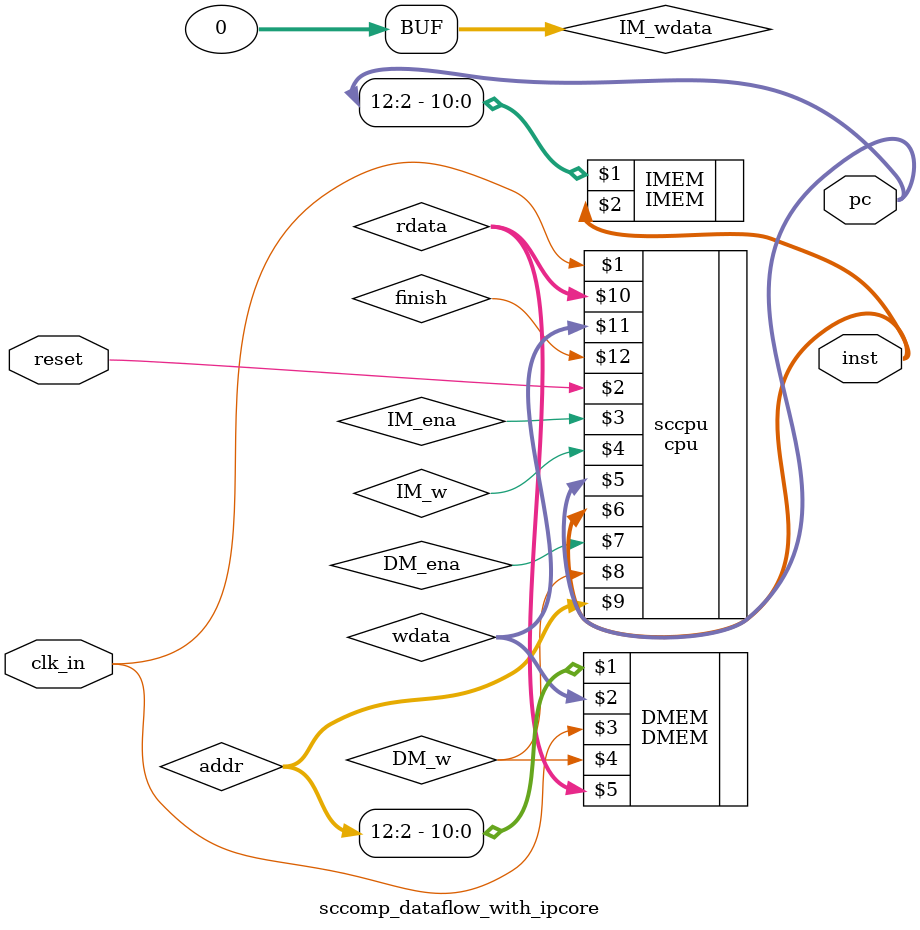
<source format=v>
`timescale 1ns / 1ns
module sccomp_dataflow(
    input clk_in,
    input reset,
    output [31:0] inst,
    output [31:0] pc
);
    wire IM_ena;
    wire IM_w;
    wire DM_ena;
    wire DM_w;
    wire [31:0] addr;
    wire [31:0] rdata;
    wire [31:0] wdata;
    wire finish;
    wire [31:0] IM_wdata;
    assign IM_wdata = 32'b0;
    cpu sccpu (clk_in,reset,IM_ena,IM_w,pc,inst,DM_ena,DM_w,addr,rdata,wdata,finish);
    memory IMEM (clk_in,IM_ena,IM_w,(pc-32'h00400000)/4,IM_wdata,inst);
    //IMEM IMEM(pc[12:2],inst);
    memory DMEM (clk_in,DM_ena,DM_w,(addr-32'h10010000)/4,wdata,rdata);
    //DMEM DMEM(addr[12:2],wdata,clk_in,DM_w,rdata);
endmodule
module sccomp_dataflow_with_ipcore(
    input clk_in,
    input reset,
    output [31:0] inst,
    output [31:0] pc
);
    wire IM_ena;
    wire IM_w;
    wire DM_ena;
    wire DM_w;
    wire [31:0] addr;
    wire [31:0] rdata;
    wire [31:0] wdata;
    wire finish;
    wire [31:0] IM_wdata;
    assign IM_wdata = 32'b0;
    cpu sccpu (clk_in,reset,IM_ena,IM_w,pc,inst,DM_ena,DM_w,addr,rdata,wdata,finish);
    //memory IMEM (clk_in,IM_ena,IM_w,(pc-32'h00400000)/4,IM_wdata,inst);
    IMEM IMEM(pc[12:2],inst);
    //memory DMEM (clk_in,DM_ena,DM_w,(addr-32'h10010000)/4,wdata,rdata);
    DMEM DMEM(addr[12:2],wdata,clk_in,DM_w,rdata);
endmodule
</source>
